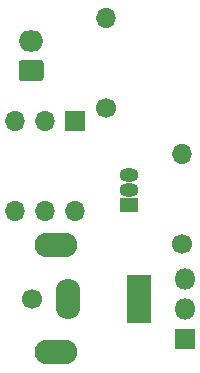
<source format=gbr>
%TF.GenerationSoftware,KiCad,Pcbnew,5.1.6-c6e7f7d~87~ubuntu20.04.1*%
%TF.CreationDate,2020-07-26T21:02:50+02:00*%
%TF.ProjectId,ender3-laser,656e6465-7233-42d6-9c61-7365722e6b69,rev?*%
%TF.SameCoordinates,Original*%
%TF.FileFunction,Soldermask,Top*%
%TF.FilePolarity,Negative*%
%FSLAX46Y46*%
G04 Gerber Fmt 4.6, Leading zero omitted, Abs format (unit mm)*
G04 Created by KiCad (PCBNEW 5.1.6-c6e7f7d~87~ubuntu20.04.1) date 2020-07-26 21:02:50*
%MOMM*%
%LPD*%
G01*
G04 APERTURE LIST*
%ADD10C,1.700000*%
%ADD11O,3.600000X2.100000*%
%ADD12O,2.100000X3.400000*%
%ADD13R,2.100000X4.100000*%
%ADD14O,1.800000X1.800000*%
%ADD15R,1.800000X1.800000*%
%ADD16O,2.100000X1.800000*%
%ADD17O,1.700000X1.700000*%
%ADD18R,1.700000X1.700000*%
%ADD19R,1.600000X1.150000*%
%ADD20O,1.600000X1.150000*%
G04 APERTURE END LIST*
D10*
%TO.C,J2*%
X126900000Y-95300000D03*
D11*
X128900000Y-99800000D03*
X128900000Y-90800000D03*
D12*
X129900000Y-95300000D03*
D13*
X135900000Y-95300000D03*
%TD*%
D14*
%TO.C,J3*%
X139800000Y-93620000D03*
X139800000Y-96160000D03*
D15*
X139800000Y-98700000D03*
%TD*%
D16*
%TO.C,J1*%
X126800000Y-73500000D03*
G36*
G01*
X127585294Y-76900000D02*
X126014706Y-76900000D01*
G75*
G02*
X125750000Y-76635294I0J264706D01*
G01*
X125750000Y-75364706D01*
G75*
G02*
X126014706Y-75100000I264706J0D01*
G01*
X127585294Y-75100000D01*
G75*
G02*
X127850000Y-75364706I0J-264706D01*
G01*
X127850000Y-76635294D01*
G75*
G02*
X127585294Y-76900000I-264706J0D01*
G01*
G37*
%TD*%
D17*
%TO.C,U1*%
X130500000Y-87920000D03*
X125420000Y-80300000D03*
X127960000Y-87920000D03*
X127960000Y-80300000D03*
X125420000Y-87920000D03*
D18*
X130500000Y-80300000D03*
%TD*%
D17*
%TO.C,R2*%
X139600000Y-83080000D03*
D10*
X139600000Y-90700000D03*
%TD*%
D17*
%TO.C,R1*%
X133100000Y-71580000D03*
D10*
X133100000Y-79200000D03*
%TD*%
D19*
%TO.C,Q1*%
X135100000Y-87400000D03*
D20*
X135100000Y-84860000D03*
X135100000Y-86130000D03*
%TD*%
M02*

</source>
